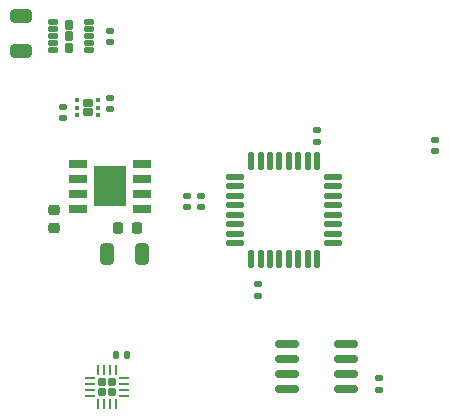
<source format=gbr>
%TF.GenerationSoftware,KiCad,Pcbnew,8.0.2*%
%TF.CreationDate,2024-10-23T20:47:09+03:00*%
%TF.ProjectId,PowerServo AE 36V 3.6A 30D - DEV,506f7765-7253-4657-9276-6f2041452033,rev?*%
%TF.SameCoordinates,Original*%
%TF.FileFunction,Paste,Top*%
%TF.FilePolarity,Positive*%
%FSLAX46Y46*%
G04 Gerber Fmt 4.6, Leading zero omitted, Abs format (unit mm)*
G04 Created by KiCad (PCBNEW 8.0.2) date 2024-10-23 20:47:09*
%MOMM*%
%LPD*%
G01*
G04 APERTURE LIST*
G04 Aperture macros list*
%AMRoundRect*
0 Rectangle with rounded corners*
0 $1 Rounding radius*
0 $2 $3 $4 $5 $6 $7 $8 $9 X,Y pos of 4 corners*
0 Add a 4 corners polygon primitive as box body*
4,1,4,$2,$3,$4,$5,$6,$7,$8,$9,$2,$3,0*
0 Add four circle primitives for the rounded corners*
1,1,$1+$1,$2,$3*
1,1,$1+$1,$4,$5*
1,1,$1+$1,$6,$7*
1,1,$1+$1,$8,$9*
0 Add four rect primitives between the rounded corners*
20,1,$1+$1,$2,$3,$4,$5,0*
20,1,$1+$1,$4,$5,$6,$7,0*
20,1,$1+$1,$6,$7,$8,$9,0*
20,1,$1+$1,$8,$9,$2,$3,0*%
G04 Aperture macros list end*
%ADD10RoundRect,0.140000X0.170000X-0.140000X0.170000X0.140000X-0.170000X0.140000X-0.170000X-0.140000X0*%
%ADD11RoundRect,0.140000X-0.170000X0.140000X-0.170000X-0.140000X0.170000X-0.140000X0.170000X0.140000X0*%
%ADD12RoundRect,0.135000X0.185000X-0.135000X0.185000X0.135000X-0.185000X0.135000X-0.185000X-0.135000X0*%
%ADD13RoundRect,0.177500X-0.177500X-0.177500X0.177500X-0.177500X0.177500X0.177500X-0.177500X0.177500X0*%
%ADD14RoundRect,0.062500X-0.325000X-0.062500X0.325000X-0.062500X0.325000X0.062500X-0.325000X0.062500X0*%
%ADD15RoundRect,0.062500X-0.062500X-0.325000X0.062500X-0.325000X0.062500X0.325000X-0.062500X0.325000X0*%
%ADD16RoundRect,0.150000X-0.825000X-0.150000X0.825000X-0.150000X0.825000X0.150000X-0.825000X0.150000X0*%
%ADD17RoundRect,0.225000X0.250000X-0.225000X0.250000X0.225000X-0.250000X0.225000X-0.250000X-0.225000X0*%
%ADD18RoundRect,0.125000X-0.625000X-0.125000X0.625000X-0.125000X0.625000X0.125000X-0.625000X0.125000X0*%
%ADD19RoundRect,0.125000X-0.125000X-0.625000X0.125000X-0.625000X0.125000X0.625000X-0.125000X0.625000X0*%
%ADD20R,1.525000X0.650000*%
%ADD21R,2.710000X3.400000*%
%ADD22RoundRect,0.172500X-0.262500X-0.172500X0.262500X-0.172500X0.262500X0.172500X-0.262500X0.172500X0*%
%ADD23RoundRect,0.093750X-0.093750X-0.106250X0.093750X-0.106250X0.093750X0.106250X-0.093750X0.106250X0*%
%ADD24RoundRect,0.250000X-0.325000X-0.650000X0.325000X-0.650000X0.325000X0.650000X-0.325000X0.650000X0*%
%ADD25RoundRect,0.140000X0.140000X0.170000X-0.140000X0.170000X-0.140000X-0.170000X0.140000X-0.170000X0*%
%ADD26RoundRect,0.135000X-0.185000X0.135000X-0.185000X-0.135000X0.185000X-0.135000X0.185000X0.135000X0*%
%ADD27RoundRect,0.225000X-0.225000X-0.250000X0.225000X-0.250000X0.225000X0.250000X-0.225000X0.250000X0*%
%ADD28RoundRect,0.162500X-0.162500X-0.287500X0.162500X-0.287500X0.162500X0.287500X-0.162500X0.287500X0*%
%ADD29RoundRect,0.112500X-0.287500X-0.112500X0.287500X-0.112500X0.287500X0.112500X-0.287500X0.112500X0*%
%ADD30RoundRect,0.250000X-0.650000X0.325000X-0.650000X-0.325000X0.650000X-0.325000X0.650000X0.325000X0*%
G04 APERTURE END LIST*
D10*
%TO.C,C4*%
X103000000Y-79750000D03*
X103000000Y-78790000D03*
%TD*%
D11*
%TO.C,R2*%
X118000002Y-94250002D03*
X118000002Y-95210002D03*
%TD*%
D12*
%TO.C,R3*%
X112749999Y-74260000D03*
X112750001Y-73240000D03*
%TD*%
D11*
%TO.C,C5*%
X95250000Y-70520001D03*
X95250000Y-71480001D03*
%TD*%
D13*
%TO.C,U4*%
X94560000Y-94560000D03*
X94560000Y-95440000D03*
X95440000Y-94560000D03*
X95440000Y-95440000D03*
D14*
X93537500Y-94250000D03*
X93537500Y-94750000D03*
X93537500Y-95250000D03*
X93537503Y-95750002D03*
D15*
X94250000Y-96462500D03*
X94750000Y-96462500D03*
X95250000Y-96462500D03*
X95750002Y-96462497D03*
D14*
X96462500Y-95750000D03*
X96462500Y-95250000D03*
X96462500Y-94750000D03*
X96462497Y-94249998D03*
D15*
X95750000Y-93537500D03*
X95250000Y-93537500D03*
X94750000Y-93537500D03*
X94249998Y-93537503D03*
%TD*%
D16*
%TO.C,U5*%
X110275002Y-91344999D03*
X110275000Y-92615001D03*
X110275000Y-93885001D03*
X110275001Y-95155002D03*
X115224998Y-95155003D03*
X115225000Y-93885001D03*
X115225000Y-92615001D03*
X115224999Y-91345000D03*
%TD*%
D17*
%TO.C,C11*%
X90500000Y-81525001D03*
X90500000Y-79974999D03*
%TD*%
D11*
%TO.C,C6*%
X91250000Y-71270001D03*
X91250000Y-72230001D03*
%TD*%
D18*
%TO.C,U7*%
X105825000Y-77200000D03*
X105825000Y-78000000D03*
X105825000Y-78800000D03*
X105825000Y-79600000D03*
X105825000Y-80400000D03*
X105825000Y-81200000D03*
X105825000Y-82000000D03*
X105825000Y-82800000D03*
D19*
X107200000Y-84175000D03*
X108000000Y-84175000D03*
X108800000Y-84175000D03*
X109600000Y-84175000D03*
X110400000Y-84175000D03*
X111200000Y-84175000D03*
X112000000Y-84175000D03*
X112800000Y-84175000D03*
D18*
X114175000Y-82800000D03*
X114175000Y-82000000D03*
X114175000Y-81200000D03*
X114175000Y-80400000D03*
X114175000Y-79600000D03*
X114175000Y-78800000D03*
X114175000Y-78000000D03*
X114175000Y-77200000D03*
D19*
X112800000Y-75825000D03*
X112000000Y-75825000D03*
X111200000Y-75825000D03*
X110400000Y-75825000D03*
X109600000Y-75825000D03*
X108800000Y-75825000D03*
X108000000Y-75825000D03*
X107200000Y-75825000D03*
%TD*%
D20*
%TO.C,IC1*%
X92538000Y-76095000D03*
X92538000Y-77365000D03*
X92538000Y-78635000D03*
X92538000Y-79905000D03*
X97962000Y-79905000D03*
X97962000Y-78635000D03*
X97962000Y-77365000D03*
X97962000Y-76095000D03*
D21*
X95250000Y-78000000D03*
%TD*%
D22*
%TO.C,U2*%
X93362499Y-70930008D03*
X93362501Y-71730004D03*
D23*
X92475000Y-70680006D03*
X92475000Y-71330006D03*
X92475000Y-71980006D03*
X94250000Y-71980006D03*
X94250000Y-71330006D03*
X94250000Y-70680006D03*
%TD*%
D24*
%TO.C,C7*%
X95025000Y-83750000D03*
X97975000Y-83750000D03*
%TD*%
D25*
%TO.C,C9*%
X96730000Y-92250000D03*
X95770000Y-92250000D03*
%TD*%
D26*
%TO.C,R1*%
X107749999Y-86240000D03*
X107750001Y-87260000D03*
%TD*%
D10*
%TO.C,C3*%
X101750002Y-79750000D03*
X101750002Y-78790000D03*
%TD*%
D27*
%TO.C,C8*%
X95974999Y-81500000D03*
X97525001Y-81500000D03*
%TD*%
D11*
%TO.C,C10*%
X122750000Y-74040001D03*
X122750000Y-75000001D03*
%TD*%
D28*
%TO.C,U1*%
X91749998Y-65280002D03*
X91750000Y-64310001D03*
X91750000Y-66250001D03*
D29*
X90399999Y-64080001D03*
X90399999Y-64680002D03*
X90399999Y-65280001D03*
X90399999Y-65880003D03*
X90399999Y-66480001D03*
X93449999Y-66480001D03*
X93449999Y-65880000D03*
X93449999Y-65280001D03*
X93449999Y-64679999D03*
X93449999Y-64080001D03*
%TD*%
D30*
%TO.C,C2*%
X87750000Y-63585001D03*
X87750000Y-66535001D03*
%TD*%
D11*
%TO.C,C1*%
X95250000Y-64830001D03*
X95250000Y-65790001D03*
%TD*%
M02*

</source>
